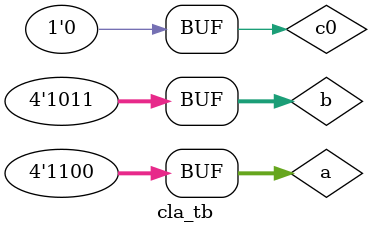
<source format=v>
module cla_tb;
reg [3:0] a;
reg [3:0] b;
reg c0;
wire [3:0] sum;
wire c_4;
cla uut(.sum(sum),.c_4(c_4),.a(a),.b(b),.c0(c0));
initial begin
a=0;
b=0;
c0=0;
#100;
a=1100;
b=0011;
c0=0;
end
endmodule

</source>
